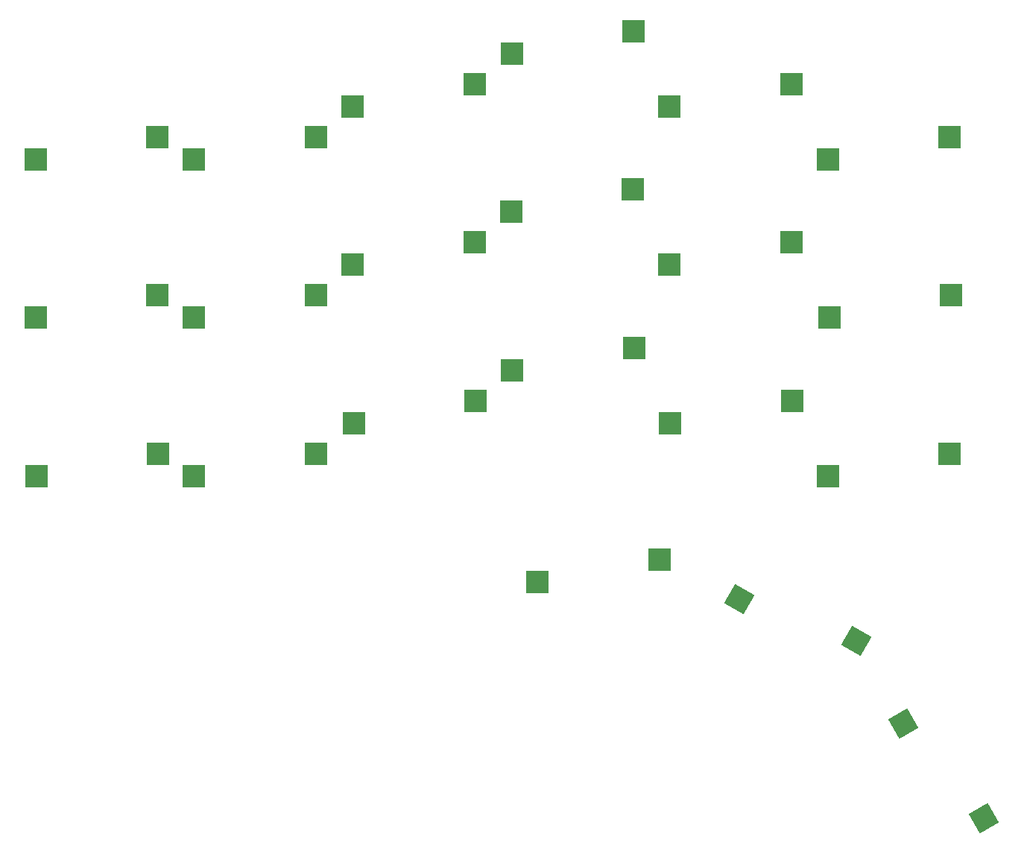
<source format=gbp>
%TF.GenerationSoftware,KiCad,Pcbnew,9.0.4*%
%TF.CreationDate,2025-11-01T07:51:32+01:00*%
%TF.ProjectId,kbv3-left,6b627633-2d6c-4656-9674-2e6b69636164,rev?*%
%TF.SameCoordinates,Original*%
%TF.FileFunction,Paste,Bot*%
%TF.FilePolarity,Positive*%
%FSLAX46Y46*%
G04 Gerber Fmt 4.6, Leading zero omitted, Abs format (unit mm)*
G04 Created by KiCad (PCBNEW 9.0.4) date 2025-11-01 07:51:32*
%MOMM*%
%LPD*%
G01*
G04 APERTURE LIST*
G04 Aperture macros list*
%AMRotRect*
0 Rectangle, with rotation*
0 The origin of the aperture is its center*
0 $1 length*
0 $2 width*
0 $3 Rotation angle, in degrees counterclockwise*
0 Add horizontal line*
21,1,$1,$2,0,0,$3*%
G04 Aperture macros list end*
%ADD10RotRect,2.550000X2.500000X330.000000*%
%ADD11RotRect,2.550000X2.500000X300.000000*%
%ADD12R,2.550000X2.500000*%
G04 APERTURE END LIST*
D10*
%TO.C,SW20*%
X171987891Y-123525591D03*
X158723439Y-118800295D03*
%TD*%
D11*
%TO.C,SW21*%
X186484409Y-143626709D03*
X177359705Y-132902257D03*
%TD*%
D12*
%TO.C,SW3*%
X128610000Y-60240000D03*
X114760000Y-62780000D03*
%TD*%
%TO.C,SW6*%
X182610000Y-66240000D03*
X168760000Y-68780000D03*
%TD*%
%TO.C,SW16*%
X146770000Y-90240000D03*
X132920000Y-92780000D03*
%TD*%
%TO.C,SW7*%
X92610000Y-84240000D03*
X78760000Y-86780000D03*
%TD*%
%TO.C,SW10*%
X146610000Y-72240000D03*
X132760000Y-74780000D03*
%TD*%
%TO.C,SW1*%
X92610000Y-66240000D03*
X78760000Y-68780000D03*
%TD*%
%TO.C,SW9*%
X128610000Y-78240000D03*
X114760000Y-80780000D03*
%TD*%
%TO.C,SW5*%
X164610000Y-60240000D03*
X150760000Y-62780000D03*
%TD*%
%TO.C,SW13*%
X92690000Y-102240000D03*
X78840000Y-104780000D03*
%TD*%
%TO.C,SW15*%
X128770000Y-96240000D03*
X114920000Y-98780000D03*
%TD*%
%TO.C,SW2*%
X110610000Y-66240000D03*
X96760000Y-68780000D03*
%TD*%
%TO.C,SW19*%
X149610000Y-114240000D03*
X135760000Y-116780000D03*
%TD*%
%TO.C,SW4*%
X146690000Y-54240000D03*
X132840000Y-56780000D03*
%TD*%
%TO.C,SW8*%
X110610000Y-84240000D03*
X96760000Y-86780000D03*
%TD*%
%TO.C,SW17*%
X164690000Y-96240000D03*
X150840000Y-98780000D03*
%TD*%
%TO.C,SW18*%
X182610000Y-102240000D03*
X168760000Y-104780000D03*
%TD*%
%TO.C,SW12*%
X182770000Y-84240000D03*
X168920000Y-86780000D03*
%TD*%
%TO.C,SW11*%
X164610000Y-78240000D03*
X150760000Y-80780000D03*
%TD*%
%TO.C,SW14*%
X110610000Y-102240000D03*
X96760000Y-104780000D03*
%TD*%
M02*

</source>
